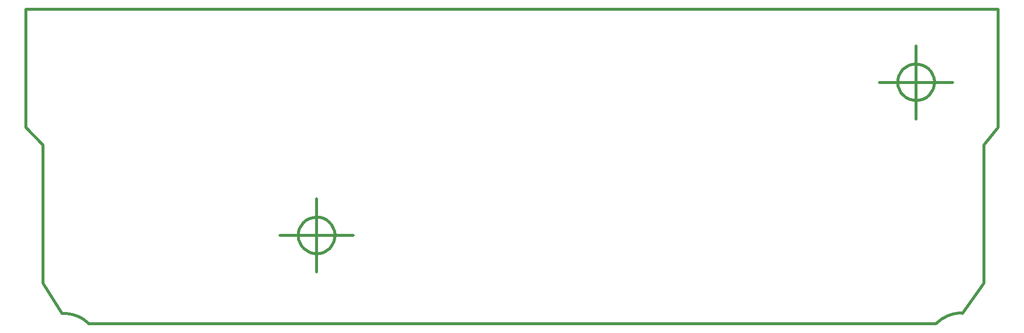
<source format=gbr>
G04 (created by PCBNEW-RS274X (2010-05-05 BZR 2356)-stable) date 15/12/2010 2:15:07 p.m.*
G01*
G70*
G90*
%MOIN*%
G04 Gerber Fmt 3.4, Leading zero omitted, Abs format*
%FSLAX34Y34*%
G04 APERTURE LIST*
%ADD10C,0.006000*%
%ADD11C,0.019700*%
G04 APERTURE END LIST*
G54D10*
G54D11*
X33002Y-27343D02*
X32978Y-27585D01*
X32907Y-27819D01*
X32793Y-28034D01*
X32638Y-28223D01*
X32450Y-28379D01*
X32236Y-28495D01*
X32003Y-28567D01*
X31760Y-28592D01*
X31518Y-28570D01*
X31284Y-28501D01*
X31068Y-28388D01*
X30878Y-28236D01*
X30721Y-28049D01*
X30604Y-27835D01*
X30530Y-27602D01*
X30503Y-27360D01*
X30523Y-27118D01*
X30590Y-26883D01*
X30702Y-26666D01*
X30853Y-26475D01*
X31039Y-26317D01*
X31252Y-26198D01*
X31484Y-26123D01*
X31726Y-26094D01*
X31969Y-26112D01*
X32204Y-26178D01*
X32421Y-26288D01*
X32614Y-26438D01*
X32773Y-26623D01*
X32893Y-26835D01*
X32970Y-27067D01*
X33001Y-27309D01*
X33002Y-27343D01*
X29252Y-27343D02*
X34252Y-27343D01*
X31752Y-24843D02*
X31752Y-29843D01*
X73898Y-16890D02*
X73874Y-17132D01*
X73803Y-17366D01*
X73689Y-17581D01*
X73534Y-17770D01*
X73346Y-17926D01*
X73132Y-18042D01*
X72899Y-18114D01*
X72656Y-18139D01*
X72414Y-18117D01*
X72180Y-18048D01*
X71964Y-17935D01*
X71774Y-17783D01*
X71617Y-17596D01*
X71500Y-17382D01*
X71426Y-17149D01*
X71399Y-16907D01*
X71419Y-16665D01*
X71486Y-16430D01*
X71598Y-16213D01*
X71749Y-16022D01*
X71935Y-15864D01*
X72148Y-15745D01*
X72380Y-15670D01*
X72622Y-15641D01*
X72865Y-15659D01*
X73100Y-15725D01*
X73317Y-15835D01*
X73510Y-15985D01*
X73669Y-16170D01*
X73789Y-16382D01*
X73866Y-16614D01*
X73897Y-16856D01*
X73898Y-16890D01*
X70148Y-16890D02*
X75148Y-16890D01*
X72648Y-14390D02*
X72648Y-19390D01*
X16167Y-33349D02*
X16013Y-33209D01*
X15848Y-33083D01*
X15672Y-32972D01*
X15487Y-32876D01*
X15295Y-32797D01*
X15096Y-32736D01*
X14893Y-32691D01*
X14687Y-32665D01*
X14480Y-32657D01*
X14397Y-32658D01*
X75802Y-32654D02*
X75595Y-32656D01*
X75387Y-32676D01*
X75183Y-32714D01*
X74982Y-32769D01*
X74787Y-32842D01*
X74599Y-32932D01*
X74419Y-33038D01*
X74250Y-33159D01*
X74092Y-33294D01*
X74017Y-33366D01*
X16181Y-33366D02*
X73986Y-33366D01*
X78248Y-11909D02*
X11909Y-11909D01*
X13091Y-30610D02*
X14390Y-32657D01*
X77264Y-30610D02*
X75807Y-32657D01*
X77264Y-21161D02*
X77264Y-30610D01*
X78248Y-19980D02*
X77264Y-21161D01*
X13091Y-21161D02*
X13091Y-30610D01*
X11909Y-19980D02*
X13091Y-21161D01*
X11909Y-11909D02*
X11909Y-19980D01*
X78248Y-11909D02*
X78248Y-19980D01*
M02*

</source>
